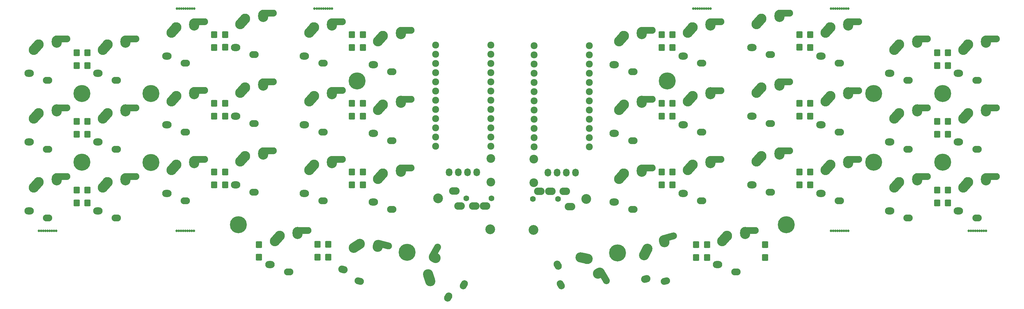
<source format=gbr>
%TF.GenerationSoftware,KiCad,Pcbnew,8.0.3*%
%TF.CreationDate,2024-08-02T01:13:42+01:00*%
%TF.ProjectId,corne-light,636f726e-652d-46c6-9967-68742e6b6963,2.0*%
%TF.SameCoordinates,Original*%
%TF.FileFunction,Soldermask,Bot*%
%TF.FilePolarity,Negative*%
%FSLAX46Y46*%
G04 Gerber Fmt 4.6, Leading zero omitted, Abs format (unit mm)*
G04 Created by KiCad (PCBNEW 8.0.3) date 2024-08-02 01:13:42*
%MOMM*%
%LPD*%
G01*
G04 APERTURE LIST*
G04 Aperture macros list*
%AMRoundRect*
0 Rectangle with rounded corners*
0 $1 Rounding radius*
0 $2 $3 $4 $5 $6 $7 $8 $9 X,Y pos of 4 corners*
0 Add a 4 corners polygon primitive as box body*
4,1,4,$2,$3,$4,$5,$6,$7,$8,$9,$2,$3,0*
0 Add four circle primitives for the rounded corners*
1,1,$1+$1,$2,$3*
1,1,$1+$1,$4,$5*
1,1,$1+$1,$6,$7*
1,1,$1+$1,$8,$9*
0 Add four rect primitives between the rounded corners*
20,1,$1+$1,$2,$3,$4,$5,0*
20,1,$1+$1,$4,$5,$6,$7,0*
20,1,$1+$1,$6,$7,$8,$9,0*
20,1,$1+$1,$8,$9,$2,$3,0*%
%AMHorizOval*
0 Thick line with rounded ends*
0 $1 width*
0 $2 $3 position (X,Y) of the first rounded end (center of the circle)*
0 $4 $5 position (X,Y) of the second rounded end (center of the circle)*
0 Add line between two ends*
20,1,$1,$2,$3,$4,$5,0*
0 Add two circle primitives to create the rounded ends*
1,1,$1,$2,$3*
1,1,$1,$4,$5*%
G04 Aperture macros list end*
%ADD10C,4.700000*%
%ADD11RoundRect,0.200000X-0.650000X0.700000X-0.650000X-0.700000X0.650000X-0.700000X0.650000X0.700000X0*%
%ADD12O,1.797000X2.178000*%
%ADD13O,2.900000X2.100000*%
%ADD14C,1.600000*%
%ADD15C,2.400000*%
%ADD16C,2.700000*%
%ADD17HorizOval,2.800000X-0.978148X0.207912X0.978148X-0.207912X0*%
%ADD18HorizOval,2.800000X-0.238157X-0.137500X0.238157X0.137500X0*%
%ADD19C,2.800000*%
%ADD20HorizOval,1.900000X0.735931X-1.249362X-0.735931X1.249362X0*%
%ADD21HorizOval,2.000000X0.150000X-0.259808X-0.150000X0.259808X0*%
%ADD22HorizOval,1.900000X0.175000X-0.303109X-0.175000X0.303109X0*%
%ADD23HorizOval,2.800000X-0.309017X0.951057X0.309017X-0.951057X0*%
%ADD24HorizOval,2.800000X-0.238157X0.137500X0.238157X-0.137500X0*%
%ADD25HorizOval,1.900000X0.714014X1.262016X-0.714014X-1.262016X0*%
%ADD26HorizOval,2.000000X0.150000X0.259808X-0.150000X-0.259808X0*%
%ADD27HorizOval,1.900000X0.175000X0.303109X-0.175000X-0.303109X0*%
%ADD28HorizOval,2.800000X-0.669131X-0.743145X0.669131X0.743145X0*%
%ADD29O,2.800000X3.350000*%
%ADD30HorizOval,1.900000X1.449945X0.012653X-1.449945X-0.012653X0*%
%ADD31O,2.600000X2.000000*%
%ADD32O,2.600000X1.900000*%
%ADD33HorizOval,2.800000X-0.453990X-0.891007X0.453990X0.891007X0*%
%ADD34HorizOval,2.800000X-0.071175X0.265630X0.071175X-0.265630X0*%
%ADD35HorizOval,1.900000X1.397264X0.387496X-1.397264X-0.387496X0*%
%ADD36HorizOval,2.000000X0.289778X0.077646X-0.289778X-0.077646X0*%
%ADD37HorizOval,1.900000X0.338074X0.090587X-0.338074X-0.090587X0*%
%ADD38HorizOval,2.800000X-0.838671X-0.544639X0.838671X0.544639X0*%
%ADD39HorizOval,2.800000X-0.071175X-0.265630X0.071175X0.265630X0*%
%ADD40HorizOval,1.900000X1.403814X-0.363051X-1.403814X0.363051X0*%
%ADD41HorizOval,2.000000X0.289778X-0.077646X-0.289778X0.077646X0*%
%ADD42HorizOval,1.900000X0.338074X-0.090587X-0.338074X0.090587X0*%
%ADD43C,1.924000*%
%ADD44C,0.700000*%
G04 APERTURE END LIST*
D10*
%TO.C,Ref\u002A\u002A*%
X175373000Y36258568D03*
%TD*%
%TO.C,Ref\u002A\u002A*%
X175373000Y17258568D03*
%TD*%
%TO.C,Ref\u002A\u002A*%
X-24127000Y36240500D03*
%TD*%
%TO.C,Ref\u002A\u002A*%
X-24127000Y17240500D03*
%TD*%
D11*
%TO.C,D13*%
X-44652000Y9543625D03*
X-44652000Y5993625D03*
%TD*%
%TO.C,D14*%
X-41652000Y9540500D03*
X-41652000Y5990500D03*
%TD*%
%TO.C,D34*%
X195845347Y9540068D03*
X195845347Y5990068D03*
%TD*%
%TO.C,D12*%
X34348000Y33540500D03*
X34348000Y29990500D03*
%TD*%
%TO.C,D33*%
X116845347Y33540068D03*
X116845347Y29990068D03*
%TD*%
%TO.C,D32*%
X119845347Y33540068D03*
X119845347Y29990068D03*
%TD*%
%TO.C,D31*%
X154845347Y33545068D03*
X154845347Y29995068D03*
%TD*%
%TO.C,D30*%
X157845347Y33540068D03*
X157845347Y29990068D03*
%TD*%
%TO.C,D29*%
X192845347Y28540068D03*
X192845347Y24990068D03*
%TD*%
%TO.C,D28*%
X195845347Y28540068D03*
X195845347Y24990068D03*
%TD*%
%TO.C,D27*%
X116845347Y52540068D03*
X116845347Y48990068D03*
%TD*%
%TO.C,D26*%
X119845347Y52540068D03*
X119845347Y48990068D03*
%TD*%
%TO.C,D25*%
X154845347Y52545068D03*
X154845347Y48995068D03*
%TD*%
%TO.C,D24*%
X157845347Y52540068D03*
X157845347Y48990068D03*
%TD*%
%TO.C,D23*%
X192845347Y47540068D03*
X192845347Y43990068D03*
%TD*%
%TO.C,D22*%
X195845347Y47540068D03*
X195845347Y43990068D03*
%TD*%
%TO.C,D42*%
X126355347Y-5454932D03*
X126355347Y-9004932D03*
%TD*%
%TO.C,D41*%
X129355347Y-5454932D03*
X129355347Y-9004932D03*
%TD*%
%TO.C,D40*%
X145345347Y-5469932D03*
X145345347Y-9019932D03*
%TD*%
%TO.C,D39*%
X116845347Y14540068D03*
X116845347Y10990068D03*
%TD*%
%TO.C,D38*%
X119845347Y14540068D03*
X119845347Y10990068D03*
%TD*%
%TO.C,D37*%
X154845347Y14545068D03*
X154845347Y10995068D03*
%TD*%
%TO.C,D36*%
X157845347Y14540068D03*
X157845347Y10990068D03*
%TD*%
%TO.C,D35*%
X192845347Y9540068D03*
X192845347Y5990068D03*
%TD*%
%TO.C,D1*%
X-44652000Y47543625D03*
X-44652000Y43993625D03*
%TD*%
%TO.C,D2*%
X-41652000Y47540500D03*
X-41652000Y43990500D03*
%TD*%
%TO.C,D3*%
X-6652000Y52540500D03*
X-6652000Y48990500D03*
%TD*%
%TO.C,D4*%
X-3652000Y52545500D03*
X-3652000Y48995500D03*
%TD*%
%TO.C,D5*%
X31348000Y52540500D03*
X31348000Y48990500D03*
%TD*%
%TO.C,D6*%
X34348000Y52540500D03*
X34348000Y48990500D03*
%TD*%
%TO.C,D7*%
X-44652000Y28543625D03*
X-44652000Y24993625D03*
%TD*%
%TO.C,D8*%
X-41652000Y28540500D03*
X-41652000Y24990500D03*
%TD*%
%TO.C,D9*%
X-6652000Y33540500D03*
X-6652000Y29990500D03*
%TD*%
%TO.C,D10*%
X-3652000Y33545500D03*
X-3652000Y29995500D03*
%TD*%
%TO.C,D11*%
X31348000Y33540500D03*
X31348000Y29990500D03*
%TD*%
%TO.C,D15*%
X-6652000Y14540500D03*
X-6652000Y10990500D03*
%TD*%
%TO.C,D16*%
X-3652000Y14545500D03*
X-3652000Y10995500D03*
%TD*%
%TO.C,D17*%
X31348000Y14540500D03*
X31348000Y10990500D03*
%TD*%
%TO.C,D18*%
X34348000Y14540500D03*
X34348000Y10990500D03*
%TD*%
%TO.C,D19*%
X5668000Y-5449500D03*
X5668000Y-8999500D03*
%TD*%
%TO.C,D20*%
X21848000Y-5444500D03*
X21848000Y-8994500D03*
%TD*%
%TO.C,D21*%
X24848000Y-5444500D03*
X24848000Y-8994500D03*
%TD*%
D12*
%TO.C,J7*%
X93038000Y14375500D03*
X90498000Y14375500D03*
X87958000Y14375500D03*
X85418000Y14375500D03*
%TD*%
%TO.C,J2*%
X65809000Y14517500D03*
X63269000Y14517500D03*
X60729000Y14517500D03*
X58189000Y14517500D03*
%TD*%
D13*
%TO.C,J6*%
X91568347Y5020068D03*
X90068347Y9220068D03*
X86068347Y9220068D03*
X83068347Y9220068D03*
D14*
X88268347Y7120068D03*
X81268347Y7120068D03*
%TD*%
D13*
%TO.C,J1*%
X59575000Y9353500D03*
X61075000Y5153500D03*
X65075000Y5153500D03*
X68075000Y5153500D03*
D14*
X62875000Y7253500D03*
X69875000Y7253500D03*
%TD*%
D15*
%TO.C,RSW2*%
X81535347Y18118068D03*
X81535347Y11618068D03*
%TD*%
%TO.C,RSW1*%
X69665000Y18264500D03*
X69665000Y11764500D03*
%TD*%
D16*
%TO.C,Ref\u002A\u002A*%
X96050347Y7143068D03*
%TD*%
%TO.C,Ref\u002A\u002A*%
X81491347Y-1399932D03*
%TD*%
%TO.C,Ref\u002A\u002A*%
X69537000Y-1254500D03*
%TD*%
%TO.C,Ref\u002A\u002A*%
X55105000Y7266500D03*
%TD*%
D10*
%TO.C,Ref\u002A\u002A*%
X194356347Y17258568D03*
%TD*%
%TO.C,Ref\u002A\u002A*%
X194356347Y36258568D03*
%TD*%
%TO.C,Ref\u002A\u002A*%
X151216347Y-11432D03*
%TD*%
%TO.C,Ref\u002A\u002A*%
X104646347Y-7761432D03*
%TD*%
%TO.C,Ref\u002A\u002A*%
X118396347Y39748568D03*
%TD*%
%TO.C,Ref\u002A\u002A*%
X46566000Y-7614500D03*
%TD*%
%TO.C,Ref\u002A\u002A*%
X0Y0D03*
%TD*%
%TO.C,Ref\u002A\u002A*%
X-43144000Y36265000D03*
%TD*%
%TO.C,Ref\u002A\u002A*%
X32811000Y39755000D03*
%TD*%
%TO.C,Ref\u002A\u002A*%
X-43144000Y17265000D03*
%TD*%
D17*
%TO.C,SW42*%
X95381860Y-9251947D03*
D18*
X99502269Y-13374996D03*
D19*
X96309449Y-9444868D03*
D20*
X100843496Y-14217267D03*
D21*
X88167848Y-11143202D03*
D22*
X88985797Y-16559932D03*
%TD*%
D23*
%TO.C,SW21*%
X52680618Y-14674340D03*
D24*
X54191078Y-9044436D03*
D19*
X52383898Y-13774564D03*
D25*
X54249893Y-7461764D03*
D26*
X57925499Y-19976230D03*
D27*
X62207550Y-16559500D03*
%TD*%
D28*
%TO.C,SW18*%
X39217131Y13433645D03*
D29*
X44848000Y14940500D03*
D19*
X39848000Y14140500D03*
D30*
X46248042Y15680901D03*
D31*
X37248000Y6240500D03*
D32*
X42348000Y4240500D03*
%TD*%
D28*
%TO.C,SW32*%
X124714478Y34808213D03*
D29*
X130345347Y36315068D03*
D19*
X125345347Y35515068D03*
D30*
X131745389Y37055469D03*
D31*
X122745347Y27615068D03*
D32*
X127845347Y25615068D03*
%TD*%
D28*
%TO.C,SW11*%
X20217131Y34808645D03*
D29*
X25848000Y36315500D03*
D19*
X20848000Y35515500D03*
D30*
X27248042Y37055901D03*
D31*
X18248000Y27615500D03*
D32*
X23348000Y25615500D03*
%TD*%
D28*
%TO.C,SW33*%
X105714478Y32433213D03*
D29*
X111345347Y33940068D03*
D19*
X106345347Y33140068D03*
D30*
X112745389Y34680469D03*
D31*
X103745347Y25240068D03*
D32*
X108845347Y23240068D03*
%TD*%
D33*
%TO.C,SW41*%
X112468830Y-7489327D03*
D34*
X117517830Y-4576440D03*
D19*
X112895256Y-6643276D03*
D35*
X118678537Y-3498910D03*
D36*
X112428520Y-14947020D03*
D37*
X117872379Y-15558894D03*
%TD*%
D28*
%TO.C,SW8*%
X-36782869Y30058645D03*
D29*
X-31152000Y31565500D03*
D19*
X-36152000Y30765500D03*
D30*
X-29751958Y32305901D03*
D31*
X-38752000Y22865500D03*
D32*
X-33652000Y20865500D03*
%TD*%
D28*
%TO.C,SW7*%
X-55782869Y30058645D03*
D29*
X-50152000Y31565500D03*
D19*
X-55152000Y30765500D03*
D30*
X-48751958Y32305901D03*
D31*
X-57752000Y22865500D03*
D32*
X-52652000Y20865500D03*
%TD*%
D28*
%TO.C,SW1*%
X-55782869Y49058645D03*
D29*
X-50152000Y50565500D03*
D19*
X-55152000Y49765500D03*
D30*
X-48751958Y51305901D03*
D31*
X-57752000Y41865500D03*
D32*
X-52652000Y39865500D03*
%TD*%
D28*
%TO.C,SW2*%
X-36782869Y49058645D03*
D29*
X-31152000Y50565500D03*
D19*
X-36152000Y49765500D03*
D30*
X-29751958Y51305901D03*
D31*
X-38752000Y41865500D03*
D32*
X-33652000Y39865500D03*
%TD*%
D28*
%TO.C,SW37*%
X143714478Y18183213D03*
D29*
X149345347Y19690068D03*
D19*
X144345347Y18890068D03*
D30*
X150745389Y20430469D03*
D31*
X141745347Y10990068D03*
D32*
X146845347Y8990068D03*
%TD*%
D28*
%TO.C,SW9*%
X-17782869Y34808645D03*
D29*
X-12152000Y36315500D03*
D19*
X-17152000Y35515500D03*
D30*
X-10751958Y37055901D03*
D31*
X-19752000Y27615500D03*
D32*
X-14652000Y25615500D03*
%TD*%
D28*
%TO.C,SW26*%
X124714478Y53808213D03*
D29*
X130345347Y55315068D03*
D19*
X125345347Y54515068D03*
D30*
X131745389Y56055469D03*
D31*
X122745347Y46615068D03*
D32*
X127845347Y44615068D03*
%TD*%
D28*
%TO.C,SW3*%
X-17782869Y53808645D03*
D29*
X-12152000Y55315500D03*
D19*
X-17152000Y54515500D03*
D30*
X-10751958Y56055901D03*
D31*
X-19752000Y46615500D03*
D32*
X-14652000Y44615500D03*
%TD*%
D28*
%TO.C,SW14*%
X-36782869Y11058645D03*
D29*
X-31152000Y12565500D03*
D19*
X-36152000Y11765500D03*
D30*
X-29751958Y13305901D03*
D31*
X-38752000Y3865500D03*
D32*
X-33652000Y1865500D03*
%TD*%
D28*
%TO.C,SW27*%
X105714478Y51433213D03*
D29*
X111345347Y52940068D03*
D19*
X106345347Y52140068D03*
D30*
X112745389Y53680469D03*
D31*
X103745347Y44240068D03*
D32*
X108845347Y42240068D03*
%TD*%
D28*
%TO.C,SW12*%
X39217131Y32433645D03*
D29*
X44848000Y33940500D03*
D19*
X39848000Y33140500D03*
D30*
X46248042Y34680901D03*
D31*
X37248000Y25240500D03*
D32*
X42348000Y23240500D03*
%TD*%
D38*
%TO.C,SW20*%
X32676141Y-5868238D03*
D39*
X38505146Y-5870104D03*
D19*
X33468462Y-5348749D03*
D40*
X40049113Y-5517289D03*
D41*
X28912384Y-12306634D03*
D42*
X33320968Y-15558462D03*
%TD*%
D28*
%TO.C,SW10*%
X1217131Y37183645D03*
D29*
X6848000Y38690500D03*
D19*
X1848000Y37890500D03*
D30*
X8248042Y39430901D03*
D31*
X-752000Y29990500D03*
D32*
X4348000Y27990500D03*
%TD*%
D28*
%TO.C,SW15*%
X-17782869Y15808645D03*
D29*
X-12152000Y17315500D03*
D19*
X-17152000Y16515500D03*
D30*
X-10751958Y18055901D03*
D31*
X-19752000Y8615500D03*
D32*
X-14652000Y6615500D03*
%TD*%
D28*
%TO.C,SW16*%
X1217131Y18183645D03*
D29*
X6848000Y19690500D03*
D19*
X1848000Y18890500D03*
D30*
X8248042Y20430901D03*
D31*
X-752000Y10990500D03*
D32*
X4348000Y8990500D03*
%TD*%
D28*
%TO.C,SW17*%
X20217131Y15808645D03*
D29*
X25848000Y17315500D03*
D19*
X20848000Y16515500D03*
D30*
X27248042Y18055901D03*
D31*
X18248000Y8615500D03*
D32*
X23348000Y6615500D03*
%TD*%
D28*
%TO.C,SW19*%
X10717131Y-3816355D03*
D29*
X16348000Y-2309500D03*
D19*
X11348000Y-3109500D03*
D30*
X17748042Y-1569099D03*
D31*
X8748000Y-11009500D03*
D32*
X13848000Y-13009500D03*
%TD*%
D28*
%TO.C,SW13*%
X-55782869Y11058645D03*
D29*
X-50152000Y12565500D03*
D19*
X-55152000Y11765500D03*
D30*
X-48751958Y13305901D03*
D31*
X-57752000Y3865500D03*
D32*
X-52652000Y1865500D03*
%TD*%
D28*
%TO.C,SW39*%
X105714478Y13433213D03*
D29*
X111345347Y14940068D03*
D19*
X106345347Y14140068D03*
D30*
X112745389Y15680469D03*
D31*
X103745347Y6240068D03*
D32*
X108845347Y4240068D03*
%TD*%
D28*
%TO.C,SW28*%
X200714478Y30058213D03*
D29*
X206345347Y31565068D03*
D19*
X201345347Y30765068D03*
D30*
X207745389Y32305469D03*
D31*
X198745347Y22865068D03*
D32*
X203845347Y20865068D03*
%TD*%
D28*
%TO.C,SW23*%
X181714478Y49058213D03*
D29*
X187345347Y50565068D03*
D19*
X182345347Y49765068D03*
D30*
X188745389Y51305469D03*
D31*
X179745347Y41865068D03*
D32*
X184845347Y39865068D03*
%TD*%
D28*
%TO.C,SW40*%
X134214478Y-3816787D03*
D29*
X139845347Y-2309932D03*
D19*
X134845347Y-3109932D03*
D30*
X141245389Y-1569531D03*
D31*
X132245347Y-11009932D03*
D32*
X137345347Y-13009932D03*
%TD*%
D28*
%TO.C,SW38*%
X124714478Y15808213D03*
D29*
X130345347Y17315068D03*
D19*
X125345347Y16515068D03*
D30*
X131745389Y18055469D03*
D31*
X122745347Y8615068D03*
D32*
X127845347Y6615068D03*
%TD*%
D28*
%TO.C,SW36*%
X162714478Y15808213D03*
D29*
X168345347Y17315068D03*
D19*
X163345347Y16515068D03*
D30*
X169745389Y18055469D03*
D31*
X160745347Y8615068D03*
D32*
X165845347Y6615068D03*
%TD*%
D28*
%TO.C,SW35*%
X181714478Y11058213D03*
D29*
X187345347Y12565068D03*
D19*
X182345347Y11765068D03*
D30*
X188745389Y13305469D03*
D31*
X179745347Y3865068D03*
D32*
X184845347Y1865068D03*
%TD*%
D28*
%TO.C,SW34*%
X200714478Y11058213D03*
D29*
X206345347Y12565068D03*
D19*
X201345347Y11765068D03*
D30*
X207745389Y13305469D03*
D31*
X198745347Y3865068D03*
D32*
X203845347Y1865068D03*
%TD*%
D28*
%TO.C,SW31*%
X143714478Y37183213D03*
D29*
X149345347Y38690068D03*
D19*
X144345347Y37890068D03*
D30*
X150745389Y39430469D03*
D31*
X141745347Y29990068D03*
D32*
X146845347Y27990068D03*
%TD*%
D28*
%TO.C,SW30*%
X162714478Y34808213D03*
D29*
X168345347Y36315068D03*
D19*
X163345347Y35515068D03*
D30*
X169745389Y37055469D03*
D31*
X160745347Y27615068D03*
D32*
X165845347Y25615068D03*
%TD*%
D28*
%TO.C,SW29*%
X181714478Y30058213D03*
D29*
X187345347Y31565068D03*
D19*
X182345347Y30765068D03*
D30*
X188745389Y32305469D03*
D31*
X179745347Y22865068D03*
D32*
X184845347Y20865068D03*
%TD*%
D28*
%TO.C,SW25*%
X143714478Y56183213D03*
D29*
X149345347Y57690068D03*
D19*
X144345347Y56890068D03*
D30*
X150745389Y58430469D03*
D31*
X141745347Y48990068D03*
D32*
X146845347Y46990068D03*
%TD*%
D28*
%TO.C,SW24*%
X162714478Y53808213D03*
D29*
X168345347Y55315068D03*
D19*
X163345347Y54515068D03*
D30*
X169745389Y56055469D03*
D31*
X160745347Y46615068D03*
D32*
X165845347Y44615068D03*
%TD*%
D28*
%TO.C,SW22*%
X200714478Y49058213D03*
D29*
X206345347Y50565068D03*
D19*
X201345347Y49765068D03*
D30*
X207745389Y51305469D03*
D31*
X198745347Y41865068D03*
D32*
X203845347Y39865068D03*
%TD*%
D28*
%TO.C,SW4*%
X1217131Y56183645D03*
D29*
X6848000Y57690500D03*
D19*
X1848000Y56890500D03*
D30*
X8248042Y58430901D03*
D31*
X-752000Y48990500D03*
D32*
X4348000Y46990500D03*
%TD*%
D28*
%TO.C,SW5*%
X20217131Y53808645D03*
D29*
X25848000Y55315500D03*
D19*
X20848000Y54515500D03*
D30*
X27248042Y56055901D03*
D31*
X18248000Y46615500D03*
D32*
X23348000Y44615500D03*
%TD*%
D28*
%TO.C,SW6*%
X39217131Y51433645D03*
D29*
X44848000Y52940500D03*
D19*
X39848000Y52140500D03*
D30*
X46248042Y53680901D03*
D31*
X37248000Y44240500D03*
D32*
X42348000Y42240500D03*
%TD*%
D43*
%TO.C,U2*%
X81614747Y49477068D03*
X81614747Y46937068D03*
X81614747Y44397068D03*
X81614747Y41857068D03*
X81614747Y39317068D03*
X81614747Y36777068D03*
X81614747Y34237068D03*
X81614747Y31697068D03*
X81614747Y29157068D03*
X81614747Y26617068D03*
X81614747Y24077068D03*
X81614747Y21537068D03*
X96834747Y21537068D03*
X96834747Y24077068D03*
X96834747Y26617068D03*
X96834747Y29157068D03*
X96834747Y31697068D03*
X96834747Y34237068D03*
X96834747Y36777068D03*
X96834747Y39317068D03*
X96834747Y41857068D03*
X96834747Y44397068D03*
X96834747Y46937068D03*
X96834747Y49477068D03*
%TD*%
%TO.C,U1*%
X54444400Y49603500D03*
X54444400Y47063500D03*
X54444400Y44523500D03*
X54444400Y41983500D03*
X54444400Y39443500D03*
X54444400Y36903500D03*
X54444400Y34363500D03*
X54444400Y31823500D03*
X54444400Y29283500D03*
X54444400Y26743500D03*
X54444400Y24203500D03*
X54444400Y21663500D03*
X69664400Y21663500D03*
X69664400Y24203500D03*
X69664400Y26743500D03*
X69664400Y29283500D03*
X69664400Y31823500D03*
X69664400Y34363500D03*
X69664400Y36903500D03*
X69664400Y39443500D03*
X69664400Y41983500D03*
X69664400Y44523500D03*
X69664400Y47063500D03*
X69664400Y49603500D03*
%TD*%
D44*
%TO.C,J5*%
X164800500Y-1704500D03*
X163613000Y-1704500D03*
X165394250Y-1704500D03*
X164206750Y-1704500D03*
X168363000Y-1704500D03*
X167769250Y-1704500D03*
X167175500Y-1704500D03*
X166581750Y-1704500D03*
X165988000Y-1704500D03*
%TD*%
%TO.C,J5*%
X202800500Y-1704500D03*
X201613000Y-1704500D03*
X203394250Y-1704500D03*
X202206750Y-1704500D03*
X206363000Y-1704500D03*
X205769250Y-1704500D03*
X205175500Y-1704500D03*
X204581750Y-1704500D03*
X203988000Y-1704500D03*
%TD*%
%TO.C,J5*%
X164770500Y59715500D03*
X163583000Y59715500D03*
X165364250Y59715500D03*
X164176750Y59715500D03*
X168333000Y59715500D03*
X167739250Y59715500D03*
X167145500Y59715500D03*
X166551750Y59715500D03*
X165958000Y59715500D03*
%TD*%
%TO.C,J5*%
X126750500Y59705500D03*
X125563000Y59705500D03*
X127344250Y59705500D03*
X126156750Y59705500D03*
X130313000Y59705500D03*
X129719250Y59705500D03*
X129125500Y59705500D03*
X128531750Y59705500D03*
X127938000Y59705500D03*
%TD*%
%TO.C,J5*%
X22230500Y59715500D03*
X21043000Y59715500D03*
X22824250Y59715500D03*
X21636750Y59715500D03*
X25793000Y59715500D03*
X25199250Y59715500D03*
X24605500Y59715500D03*
X24011750Y59715500D03*
X23418000Y59715500D03*
%TD*%
%TO.C,J5*%
X-15739500Y59715500D03*
X-16927000Y59715500D03*
X-15145750Y59715500D03*
X-16333250Y59715500D03*
X-12177000Y59715500D03*
X-12770750Y59715500D03*
X-13364500Y59715500D03*
X-13958250Y59715500D03*
X-14552000Y59715500D03*
%TD*%
%TO.C,J5*%
X-15842500Y-1694500D03*
X-17030000Y-1694500D03*
X-15248750Y-1694500D03*
X-16436250Y-1694500D03*
X-12280000Y-1694500D03*
X-12873750Y-1694500D03*
X-13467500Y-1694500D03*
X-14061250Y-1694500D03*
X-14655000Y-1694500D03*
%TD*%
%TO.C,J5*%
X-53830750Y-1694500D03*
X-55018250Y-1694500D03*
X-53237000Y-1694500D03*
X-54424500Y-1694500D03*
X-50268250Y-1694500D03*
X-50862000Y-1694500D03*
X-51455750Y-1694500D03*
X-52049500Y-1694500D03*
X-52643250Y-1694500D03*
%TD*%
M02*

</source>
